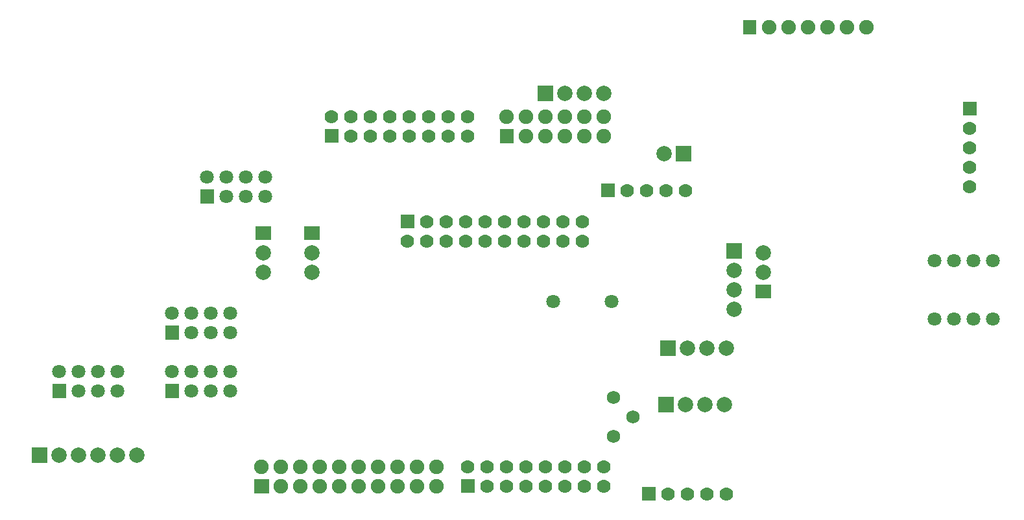
<source format=gbs>
G04 Layer: BottomSolderMaskLayer*
G04 EasyEDA v6.3.39, 2020-04-26T20:46:55+02:00*
G04 5968b4f764c641518c6b208976d5c428,06be2ef0334148d99c06ae0550131ac1,10*
G04 Gerber Generator version 0.2*
G04 Scale: 100 percent, Rotated: No, Reflected: No *
G04 Dimensions in inches *
G04 leading zeros omitted , absolute positions ,2 integer and 4 decimal *
%FSLAX24Y24*%
%MOIN*%
G90*
G70D02*

%ADD46C,0.070000*%
%ADD49C,0.070992*%
%ADD52C,0.078866*%
%ADD56C,0.074929*%
%ADD66C,0.068000*%

%LPD*%
G54D46*
G01X28900Y14200D03*
G01X28900Y15200D03*
G01X27900Y14200D03*
G01X27900Y15200D03*
G01X26900Y14200D03*
G01X26900Y15200D03*
G01X25900Y14200D03*
G01X25900Y15200D03*
G01X24900Y14200D03*
G01X24900Y15200D03*
G01X23900Y14200D03*
G01X23900Y15200D03*
G01X22900Y14200D03*
G01X22900Y15200D03*
G01X21900Y14200D03*
G01X21900Y15200D03*
G01X20900Y14200D03*
G01X20900Y15200D03*
G01X19900Y14200D03*
G36*
G01X19550Y14850D02*
G01X19550Y15550D01*
G01X20250Y15550D01*
G01X20250Y14850D01*
G01X19550Y14850D01*
G37*
G36*
G01X9245Y16144D02*
G01X9245Y16855D01*
G01X9955Y16855D01*
G01X9955Y16144D01*
G01X9245Y16144D01*
G37*
G54D49*
G01X9600Y17500D03*
G01X10600Y16500D03*
G01X10600Y17500D03*
G01X11600Y16500D03*
G01X11600Y17500D03*
G01X12600Y16500D03*
G01X12600Y17500D03*
G54D52*
G01X38200Y13600D03*
G01X38200Y12600D03*
G36*
G01X37806Y11250D02*
G01X37806Y11950D01*
G01X38594Y11950D01*
G01X38594Y11250D01*
G01X37806Y11250D01*
G37*
G36*
G01X1645Y6144D02*
G01X1645Y6855D01*
G01X2355Y6855D01*
G01X2355Y6144D01*
G01X1645Y6144D01*
G37*
G54D49*
G01X2000Y7500D03*
G01X3000Y6500D03*
G01X3000Y7500D03*
G01X4000Y6500D03*
G01X4000Y7500D03*
G01X5000Y6500D03*
G01X5000Y7500D03*
G36*
G01X7445Y9144D02*
G01X7445Y9855D01*
G01X8155Y9855D01*
G01X8155Y9144D01*
G01X7445Y9144D01*
G37*
G01X7800Y10500D03*
G01X8800Y9500D03*
G01X8800Y10500D03*
G01X9800Y9500D03*
G01X9800Y10500D03*
G01X10800Y9500D03*
G01X10800Y10500D03*
G36*
G01X7445Y6144D02*
G01X7445Y6855D01*
G01X8155Y6855D01*
G01X8155Y6144D01*
G01X7445Y6144D01*
G37*
G01X7800Y7500D03*
G01X8800Y6500D03*
G01X8800Y7500D03*
G01X9800Y6500D03*
G01X9800Y7500D03*
G01X10800Y6500D03*
G01X10800Y7500D03*
G54D52*
G01X15000Y12600D03*
G01X15000Y13600D03*
G36*
G01X14606Y14250D02*
G01X14606Y14950D01*
G01X15394Y14950D01*
G01X15394Y14250D01*
G01X14606Y14250D01*
G37*
G01X12500Y12600D03*
G01X12500Y13600D03*
G36*
G01X12106Y14250D02*
G01X12106Y14950D01*
G01X12894Y14950D01*
G01X12894Y14250D01*
G01X12106Y14250D01*
G37*
G54D46*
G01X34200Y16800D03*
G01X33200Y16800D03*
G01X32200Y16800D03*
G01X31200Y16800D03*
G36*
G01X29850Y16450D02*
G01X29850Y17150D01*
G01X30550Y17150D01*
G01X30550Y16450D01*
G01X29850Y16450D01*
G37*
G01X36300Y1200D03*
G01X35300Y1200D03*
G01X34300Y1200D03*
G01X33300Y1200D03*
G36*
G01X31950Y850D02*
G01X31950Y1550D01*
G01X32650Y1550D01*
G01X32650Y850D01*
G01X31950Y850D01*
G37*
G01X48800Y17000D03*
G01X48800Y18000D03*
G01X48800Y19000D03*
G01X48800Y20000D03*
G36*
G01X48450Y20650D02*
G01X48450Y21350D01*
G01X49150Y21350D01*
G01X49150Y20650D01*
G01X48450Y20650D01*
G37*
G36*
G01X33706Y18305D02*
G01X33706Y19094D01*
G01X34494Y19094D01*
G01X34494Y18305D01*
G01X33706Y18305D01*
G37*
G54D52*
G01X33100Y18700D03*
G36*
G01X37160Y24825D02*
G01X37160Y25575D01*
G01X37840Y25575D01*
G01X37840Y24825D01*
G01X37160Y24825D01*
G37*
G54D56*
G01X38500Y25200D03*
G01X39500Y25200D03*
G01X40500Y25200D03*
G01X41500Y25200D03*
G01X42500Y25200D03*
G01X43500Y25200D03*
G54D52*
G01X6000Y3200D03*
G01X5000Y3200D03*
G01X4000Y3200D03*
G01X3000Y3200D03*
G01X2000Y3200D03*
G36*
G01X606Y2805D02*
G01X606Y3594D01*
G01X1394Y3594D01*
G01X1394Y2805D01*
G01X606Y2805D01*
G37*
G36*
G01X32906Y8305D02*
G01X32906Y9094D01*
G01X33694Y9094D01*
G01X33694Y8305D01*
G01X32906Y8305D01*
G37*
G01X34300Y8700D03*
G01X35300Y8700D03*
G01X36300Y8700D03*
G36*
G01X32806Y5405D02*
G01X32806Y6194D01*
G01X33594Y6194D01*
G01X33594Y5405D01*
G01X32806Y5405D01*
G37*
G01X34200Y5800D03*
G01X35200Y5800D03*
G01X36200Y5800D03*
G36*
G01X26606Y21405D02*
G01X26606Y22194D01*
G01X27394Y22194D01*
G01X27394Y21405D01*
G01X26606Y21405D01*
G37*
G01X28000Y21800D03*
G01X29000Y21800D03*
G01X30000Y21800D03*
G36*
G01X36306Y13305D02*
G01X36306Y14094D01*
G01X37094Y14094D01*
G01X37094Y13305D01*
G01X36306Y13305D01*
G37*
G01X36700Y12700D03*
G01X36700Y11700D03*
G01X36700Y10700D03*
G54D56*
G01X21400Y2600D03*
G01X21400Y1600D03*
G01X20400Y2600D03*
G01X20400Y1600D03*
G01X19400Y2600D03*
G01X19400Y1600D03*
G01X18400Y2600D03*
G01X18400Y1600D03*
G01X17400Y2600D03*
G01X17400Y1600D03*
G01X16400Y2600D03*
G01X16400Y1600D03*
G01X15400Y2600D03*
G01X15400Y1600D03*
G01X14400Y2600D03*
G01X14400Y1600D03*
G01X13400Y2600D03*
G01X13400Y1600D03*
G01X12400Y2600D03*
G36*
G01X12025Y1225D02*
G01X12025Y1975D01*
G01X12775Y1975D01*
G01X12775Y1225D01*
G01X12025Y1225D01*
G37*
G54D49*
G01X27400Y11100D03*
G01X30400Y11100D03*
G54D66*
G01X30500Y4157D03*
G01X31500Y5157D03*
G01X30500Y6157D03*
G54D56*
G01X30000Y20600D03*
G01X30000Y19600D03*
G01X29000Y20600D03*
G01X29000Y19600D03*
G01X28000Y20600D03*
G01X28000Y19600D03*
G01X27000Y20600D03*
G01X27000Y19600D03*
G01X26000Y20600D03*
G01X26000Y19600D03*
G01X25000Y20600D03*
G36*
G01X24650Y19225D02*
G01X24650Y19975D01*
G01X25350Y19975D01*
G01X25350Y19225D01*
G01X24650Y19225D01*
G37*
G54D46*
G01X30000Y2600D03*
G01X30000Y1600D03*
G01X29000Y2600D03*
G01X29000Y1600D03*
G01X28000Y2600D03*
G01X28000Y1600D03*
G01X27000Y2600D03*
G01X27000Y1600D03*
G01X26000Y2600D03*
G01X26000Y1600D03*
G01X25000Y2600D03*
G01X25000Y1600D03*
G01X24000Y2600D03*
G01X24000Y1600D03*
G01X23000Y2600D03*
G36*
G01X22650Y1250D02*
G01X22650Y1950D01*
G01X23350Y1950D01*
G01X23350Y1250D01*
G01X22650Y1250D01*
G37*
G01X23000Y20600D03*
G01X23000Y19600D03*
G01X22000Y20600D03*
G01X22000Y19600D03*
G01X21000Y20600D03*
G01X21000Y19600D03*
G01X20000Y20600D03*
G01X20000Y19600D03*
G01X19000Y20600D03*
G01X19000Y19600D03*
G01X18000Y20600D03*
G01X18000Y19600D03*
G01X17000Y20600D03*
G01X17000Y19600D03*
G01X16000Y20600D03*
G36*
G01X15650Y19250D02*
G01X15650Y19950D01*
G01X16350Y19950D01*
G01X16350Y19250D01*
G01X15650Y19250D01*
G37*
G54D49*
G01X47000Y10200D03*
G01X48000Y10200D03*
G01X49000Y10200D03*
G01X50000Y10200D03*
G01X50000Y13200D03*
G01X49000Y13200D03*
G01X48000Y13200D03*
G01X47000Y13200D03*
M00*
M02*

</source>
